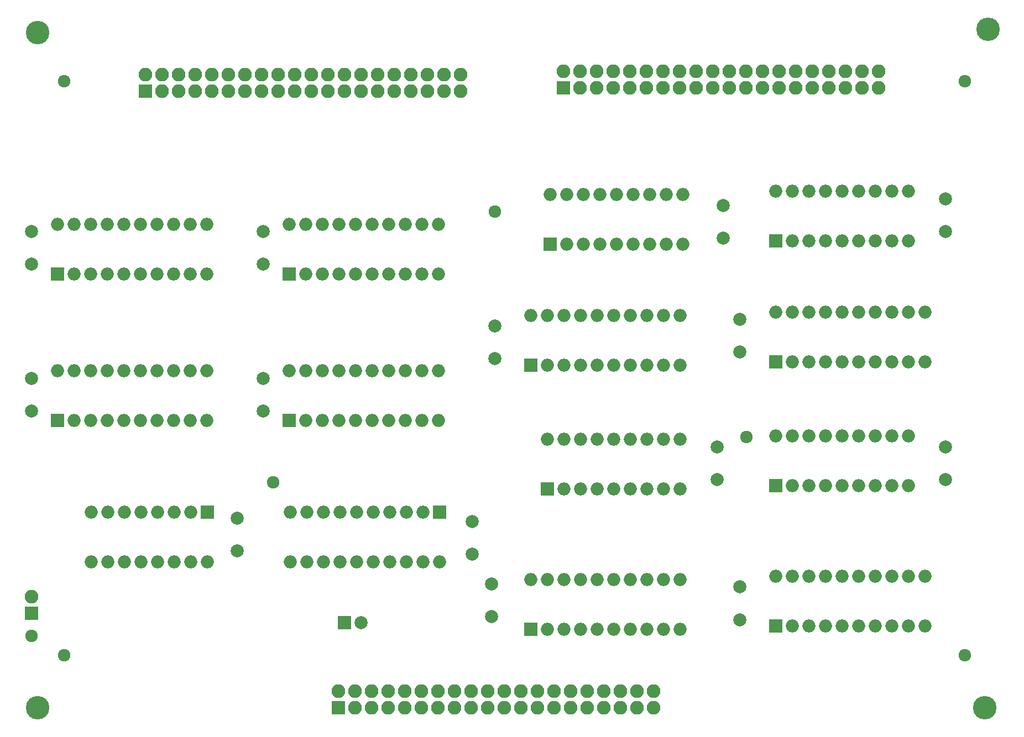
<source format=gts>
G04 #@! TF.FileFunction,Soldermask,Top*
%FSLAX46Y46*%
G04 Gerber Fmt 4.6, Leading zero omitted, Abs format (unit mm)*
G04 Created by KiCad (PCBNEW 4.0.7) date 07/05/19 16:22:17*
%MOMM*%
%LPD*%
G01*
G04 APERTURE LIST*
%ADD10C,0.100000*%
%ADD11C,1.924000*%
%ADD12C,2.000000*%
%ADD13R,2.100000X2.100000*%
%ADD14O,2.100000X2.100000*%
%ADD15C,3.600000*%
%ADD16R,2.000000X2.000000*%
%ADD17O,2.000000X2.000000*%
G04 APERTURE END LIST*
D10*
D11*
X125000000Y-63000000D03*
X163500000Y-97500000D03*
X197000000Y-131000000D03*
X91000000Y-104500000D03*
X54000000Y-128000000D03*
X59000000Y-131000000D03*
X197000000Y-43000000D03*
D12*
X85500000Y-115000000D03*
X85500000Y-110000000D03*
X54000000Y-88500000D03*
X54000000Y-93500000D03*
X89500000Y-66000000D03*
X89500000Y-71000000D03*
X89500000Y-88500000D03*
X89500000Y-93500000D03*
X160000000Y-62000000D03*
X160000000Y-67000000D03*
X125000000Y-85500000D03*
X125000000Y-80500000D03*
X162500000Y-84500000D03*
X162500000Y-79500000D03*
X194000000Y-61000000D03*
X194000000Y-66000000D03*
X54000000Y-71000000D03*
X54000000Y-66000000D03*
X159000000Y-99000000D03*
X159000000Y-104000000D03*
X162500000Y-125500000D03*
X162500000Y-120500000D03*
X194000000Y-99000000D03*
X194000000Y-104000000D03*
X124500000Y-125000000D03*
X124500000Y-120000000D03*
D13*
X54000000Y-124500000D03*
D14*
X54000000Y-121960000D03*
D15*
X55000000Y-35500000D03*
X200500000Y-35000000D03*
X55000000Y-139000000D03*
X200000000Y-139000000D03*
D16*
X58000000Y-72500000D03*
D17*
X80860000Y-64880000D03*
X60540000Y-72500000D03*
X78320000Y-64880000D03*
X63080000Y-72500000D03*
X75780000Y-64880000D03*
X65620000Y-72500000D03*
X73240000Y-64880000D03*
X68160000Y-72500000D03*
X70700000Y-64880000D03*
X70700000Y-72500000D03*
X68160000Y-64880000D03*
X73240000Y-72500000D03*
X65620000Y-64880000D03*
X75780000Y-72500000D03*
X63080000Y-64880000D03*
X78320000Y-72500000D03*
X60540000Y-64880000D03*
X80860000Y-72500000D03*
X58000000Y-64880000D03*
D16*
X58000000Y-95000000D03*
D17*
X80860000Y-87380000D03*
X60540000Y-95000000D03*
X78320000Y-87380000D03*
X63080000Y-95000000D03*
X75780000Y-87380000D03*
X65620000Y-95000000D03*
X73240000Y-87380000D03*
X68160000Y-95000000D03*
X70700000Y-87380000D03*
X70700000Y-95000000D03*
X68160000Y-87380000D03*
X73240000Y-95000000D03*
X65620000Y-87380000D03*
X75780000Y-95000000D03*
X63080000Y-87380000D03*
X78320000Y-95000000D03*
X60540000Y-87380000D03*
X80860000Y-95000000D03*
X58000000Y-87380000D03*
D16*
X93500000Y-72500000D03*
D17*
X116360000Y-64880000D03*
X96040000Y-72500000D03*
X113820000Y-64880000D03*
X98580000Y-72500000D03*
X111280000Y-64880000D03*
X101120000Y-72500000D03*
X108740000Y-64880000D03*
X103660000Y-72500000D03*
X106200000Y-64880000D03*
X106200000Y-72500000D03*
X103660000Y-64880000D03*
X108740000Y-72500000D03*
X101120000Y-64880000D03*
X111280000Y-72500000D03*
X98580000Y-64880000D03*
X113820000Y-72500000D03*
X96040000Y-64880000D03*
X116360000Y-72500000D03*
X93500000Y-64880000D03*
D16*
X93500000Y-95000000D03*
D17*
X116360000Y-87380000D03*
X96040000Y-95000000D03*
X113820000Y-87380000D03*
X98580000Y-95000000D03*
X111280000Y-87380000D03*
X101120000Y-95000000D03*
X108740000Y-87380000D03*
X103660000Y-95000000D03*
X106200000Y-87380000D03*
X106200000Y-95000000D03*
X103660000Y-87380000D03*
X108740000Y-95000000D03*
X101120000Y-87380000D03*
X111280000Y-95000000D03*
X98580000Y-87380000D03*
X113820000Y-95000000D03*
X96040000Y-87380000D03*
X116360000Y-95000000D03*
X93500000Y-87380000D03*
D16*
X133500000Y-68000000D03*
D17*
X153820000Y-60380000D03*
X136040000Y-68000000D03*
X151280000Y-60380000D03*
X138580000Y-68000000D03*
X148740000Y-60380000D03*
X141120000Y-68000000D03*
X146200000Y-60380000D03*
X143660000Y-68000000D03*
X143660000Y-60380000D03*
X146200000Y-68000000D03*
X141120000Y-60380000D03*
X148740000Y-68000000D03*
X138580000Y-60380000D03*
X151280000Y-68000000D03*
X136040000Y-60380000D03*
X153820000Y-68000000D03*
X133500000Y-60380000D03*
D16*
X168000000Y-67500000D03*
D17*
X188320000Y-59880000D03*
X170540000Y-67500000D03*
X185780000Y-59880000D03*
X173080000Y-67500000D03*
X183240000Y-59880000D03*
X175620000Y-67500000D03*
X180700000Y-59880000D03*
X178160000Y-67500000D03*
X178160000Y-59880000D03*
X180700000Y-67500000D03*
X175620000Y-59880000D03*
X183240000Y-67500000D03*
X173080000Y-59880000D03*
X185780000Y-67500000D03*
X170540000Y-59880000D03*
X188320000Y-67500000D03*
X168000000Y-59880000D03*
D16*
X81000000Y-109000000D03*
D17*
X63220000Y-116620000D03*
X78460000Y-109000000D03*
X65760000Y-116620000D03*
X75920000Y-109000000D03*
X68300000Y-116620000D03*
X73380000Y-109000000D03*
X70840000Y-116620000D03*
X70840000Y-109000000D03*
X73380000Y-116620000D03*
X68300000Y-109000000D03*
X75920000Y-116620000D03*
X65760000Y-109000000D03*
X78460000Y-116620000D03*
X63220000Y-109000000D03*
X81000000Y-116620000D03*
D16*
X133000000Y-105500000D03*
D17*
X153320000Y-97880000D03*
X135540000Y-105500000D03*
X150780000Y-97880000D03*
X138080000Y-105500000D03*
X148240000Y-97880000D03*
X140620000Y-105500000D03*
X145700000Y-97880000D03*
X143160000Y-105500000D03*
X143160000Y-97880000D03*
X145700000Y-105500000D03*
X140620000Y-97880000D03*
X148240000Y-105500000D03*
X138080000Y-97880000D03*
X150780000Y-105500000D03*
X135540000Y-97880000D03*
X153320000Y-105500000D03*
X133000000Y-97880000D03*
D16*
X168000000Y-105000000D03*
D17*
X188320000Y-97380000D03*
X170540000Y-105000000D03*
X185780000Y-97380000D03*
X173080000Y-105000000D03*
X183240000Y-97380000D03*
X175620000Y-105000000D03*
X180700000Y-97380000D03*
X178160000Y-105000000D03*
X178160000Y-97380000D03*
X180700000Y-105000000D03*
X175620000Y-97380000D03*
X183240000Y-105000000D03*
X173080000Y-97380000D03*
X185780000Y-105000000D03*
X170540000Y-97380000D03*
X188320000Y-105000000D03*
X168000000Y-97380000D03*
D12*
X121500000Y-115500000D03*
X121500000Y-110500000D03*
D16*
X102000000Y-126000000D03*
D12*
X104500000Y-126000000D03*
D13*
X71500000Y-44500000D03*
D14*
X71500000Y-41960000D03*
X74040000Y-44500000D03*
X74040000Y-41960000D03*
X76580000Y-44500000D03*
X76580000Y-41960000D03*
X79120000Y-44500000D03*
X79120000Y-41960000D03*
X81660000Y-44500000D03*
X81660000Y-41960000D03*
X84200000Y-44500000D03*
X84200000Y-41960000D03*
X86740000Y-44500000D03*
X86740000Y-41960000D03*
X89280000Y-44500000D03*
X89280000Y-41960000D03*
X91820000Y-44500000D03*
X91820000Y-41960000D03*
X94360000Y-44500000D03*
X94360000Y-41960000D03*
X96900000Y-44500000D03*
X96900000Y-41960000D03*
X99440000Y-44500000D03*
X99440000Y-41960000D03*
X101980000Y-44500000D03*
X101980000Y-41960000D03*
X104520000Y-44500000D03*
X104520000Y-41960000D03*
X107060000Y-44500000D03*
X107060000Y-41960000D03*
X109600000Y-44500000D03*
X109600000Y-41960000D03*
X112140000Y-44500000D03*
X112140000Y-41960000D03*
X114680000Y-44500000D03*
X114680000Y-41960000D03*
X117220000Y-44500000D03*
X117220000Y-41960000D03*
X119760000Y-44500000D03*
X119760000Y-41960000D03*
D13*
X101000000Y-139000000D03*
D14*
X101000000Y-136460000D03*
X103540000Y-139000000D03*
X103540000Y-136460000D03*
X106080000Y-139000000D03*
X106080000Y-136460000D03*
X108620000Y-139000000D03*
X108620000Y-136460000D03*
X111160000Y-139000000D03*
X111160000Y-136460000D03*
X113700000Y-139000000D03*
X113700000Y-136460000D03*
X116240000Y-139000000D03*
X116240000Y-136460000D03*
X118780000Y-139000000D03*
X118780000Y-136460000D03*
X121320000Y-139000000D03*
X121320000Y-136460000D03*
X123860000Y-139000000D03*
X123860000Y-136460000D03*
X126400000Y-139000000D03*
X126400000Y-136460000D03*
X128940000Y-139000000D03*
X128940000Y-136460000D03*
X131480000Y-139000000D03*
X131480000Y-136460000D03*
X134020000Y-139000000D03*
X134020000Y-136460000D03*
X136560000Y-139000000D03*
X136560000Y-136460000D03*
X139100000Y-139000000D03*
X139100000Y-136460000D03*
X141640000Y-139000000D03*
X141640000Y-136460000D03*
X144180000Y-139000000D03*
X144180000Y-136460000D03*
X146720000Y-139000000D03*
X146720000Y-136460000D03*
X149260000Y-139000000D03*
X149260000Y-136460000D03*
D13*
X135500000Y-44000000D03*
D14*
X135500000Y-41460000D03*
X138040000Y-44000000D03*
X138040000Y-41460000D03*
X140580000Y-44000000D03*
X140580000Y-41460000D03*
X143120000Y-44000000D03*
X143120000Y-41460000D03*
X145660000Y-44000000D03*
X145660000Y-41460000D03*
X148200000Y-44000000D03*
X148200000Y-41460000D03*
X150740000Y-44000000D03*
X150740000Y-41460000D03*
X153280000Y-44000000D03*
X153280000Y-41460000D03*
X155820000Y-44000000D03*
X155820000Y-41460000D03*
X158360000Y-44000000D03*
X158360000Y-41460000D03*
X160900000Y-44000000D03*
X160900000Y-41460000D03*
X163440000Y-44000000D03*
X163440000Y-41460000D03*
X165980000Y-44000000D03*
X165980000Y-41460000D03*
X168520000Y-44000000D03*
X168520000Y-41460000D03*
X171060000Y-44000000D03*
X171060000Y-41460000D03*
X173600000Y-44000000D03*
X173600000Y-41460000D03*
X176140000Y-44000000D03*
X176140000Y-41460000D03*
X178680000Y-44000000D03*
X178680000Y-41460000D03*
X181220000Y-44000000D03*
X181220000Y-41460000D03*
X183760000Y-44000000D03*
X183760000Y-41460000D03*
D16*
X116500000Y-109000000D03*
D17*
X93640000Y-116620000D03*
X113960000Y-109000000D03*
X96180000Y-116620000D03*
X111420000Y-109000000D03*
X98720000Y-116620000D03*
X108880000Y-109000000D03*
X101260000Y-116620000D03*
X106340000Y-109000000D03*
X103800000Y-116620000D03*
X103800000Y-109000000D03*
X106340000Y-116620000D03*
X101260000Y-109000000D03*
X108880000Y-116620000D03*
X98720000Y-109000000D03*
X111420000Y-116620000D03*
X96180000Y-109000000D03*
X113960000Y-116620000D03*
X93640000Y-109000000D03*
X116500000Y-116620000D03*
D16*
X130500000Y-86500000D03*
D17*
X153360000Y-78880000D03*
X133040000Y-86500000D03*
X150820000Y-78880000D03*
X135580000Y-86500000D03*
X148280000Y-78880000D03*
X138120000Y-86500000D03*
X145740000Y-78880000D03*
X140660000Y-86500000D03*
X143200000Y-78880000D03*
X143200000Y-86500000D03*
X140660000Y-78880000D03*
X145740000Y-86500000D03*
X138120000Y-78880000D03*
X148280000Y-86500000D03*
X135580000Y-78880000D03*
X150820000Y-86500000D03*
X133040000Y-78880000D03*
X153360000Y-86500000D03*
X130500000Y-78880000D03*
D16*
X168000000Y-86000000D03*
D17*
X190860000Y-78380000D03*
X170540000Y-86000000D03*
X188320000Y-78380000D03*
X173080000Y-86000000D03*
X185780000Y-78380000D03*
X175620000Y-86000000D03*
X183240000Y-78380000D03*
X178160000Y-86000000D03*
X180700000Y-78380000D03*
X180700000Y-86000000D03*
X178160000Y-78380000D03*
X183240000Y-86000000D03*
X175620000Y-78380000D03*
X185780000Y-86000000D03*
X173080000Y-78380000D03*
X188320000Y-86000000D03*
X170540000Y-78380000D03*
X190860000Y-86000000D03*
X168000000Y-78380000D03*
D16*
X130500000Y-127000000D03*
D17*
X153360000Y-119380000D03*
X133040000Y-127000000D03*
X150820000Y-119380000D03*
X135580000Y-127000000D03*
X148280000Y-119380000D03*
X138120000Y-127000000D03*
X145740000Y-119380000D03*
X140660000Y-127000000D03*
X143200000Y-119380000D03*
X143200000Y-127000000D03*
X140660000Y-119380000D03*
X145740000Y-127000000D03*
X138120000Y-119380000D03*
X148280000Y-127000000D03*
X135580000Y-119380000D03*
X150820000Y-127000000D03*
X133040000Y-119380000D03*
X153360000Y-127000000D03*
X130500000Y-119380000D03*
D16*
X168000000Y-126500000D03*
D17*
X190860000Y-118880000D03*
X170540000Y-126500000D03*
X188320000Y-118880000D03*
X173080000Y-126500000D03*
X185780000Y-118880000D03*
X175620000Y-126500000D03*
X183240000Y-118880000D03*
X178160000Y-126500000D03*
X180700000Y-118880000D03*
X180700000Y-126500000D03*
X178160000Y-118880000D03*
X183240000Y-126500000D03*
X175620000Y-118880000D03*
X185780000Y-126500000D03*
X173080000Y-118880000D03*
X188320000Y-126500000D03*
X170540000Y-118880000D03*
X190860000Y-126500000D03*
X168000000Y-118880000D03*
D11*
X59000000Y-43000000D03*
M02*

</source>
